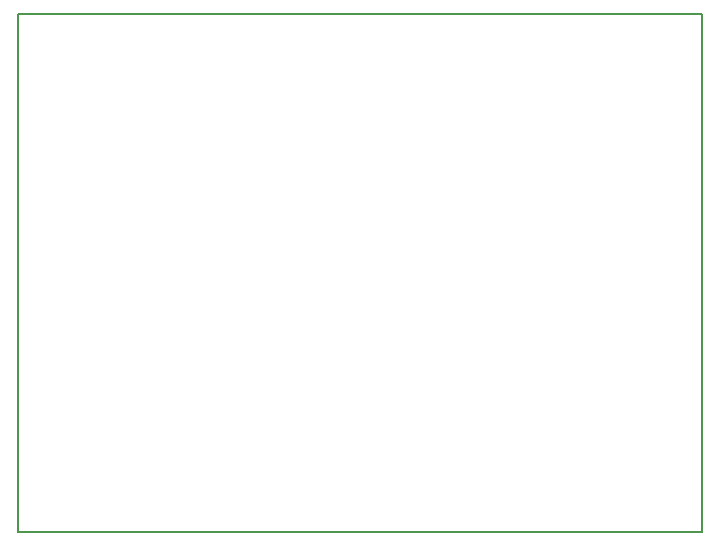
<source format=gbo>
G04 MADE WITH FRITZING*
G04 WWW.FRITZING.ORG*
G04 DOUBLE SIDED*
G04 HOLES PLATED*
G04 CONTOUR ON CENTER OF CONTOUR VECTOR*
%ASAXBY*%
%FSLAX23Y23*%
%MOIN*%
%OFA0B0*%
%SFA1.0B1.0*%
%ADD10R,2.286430X1.733720X2.270430X1.717720*%
%ADD11C,0.008000*%
%LNSILK0*%
G90*
G70*
G54D11*
X4Y1730D02*
X2282Y1730D01*
X2282Y4D01*
X4Y4D01*
X4Y1730D01*
D02*
G04 End of Silk0*
M02*
</source>
